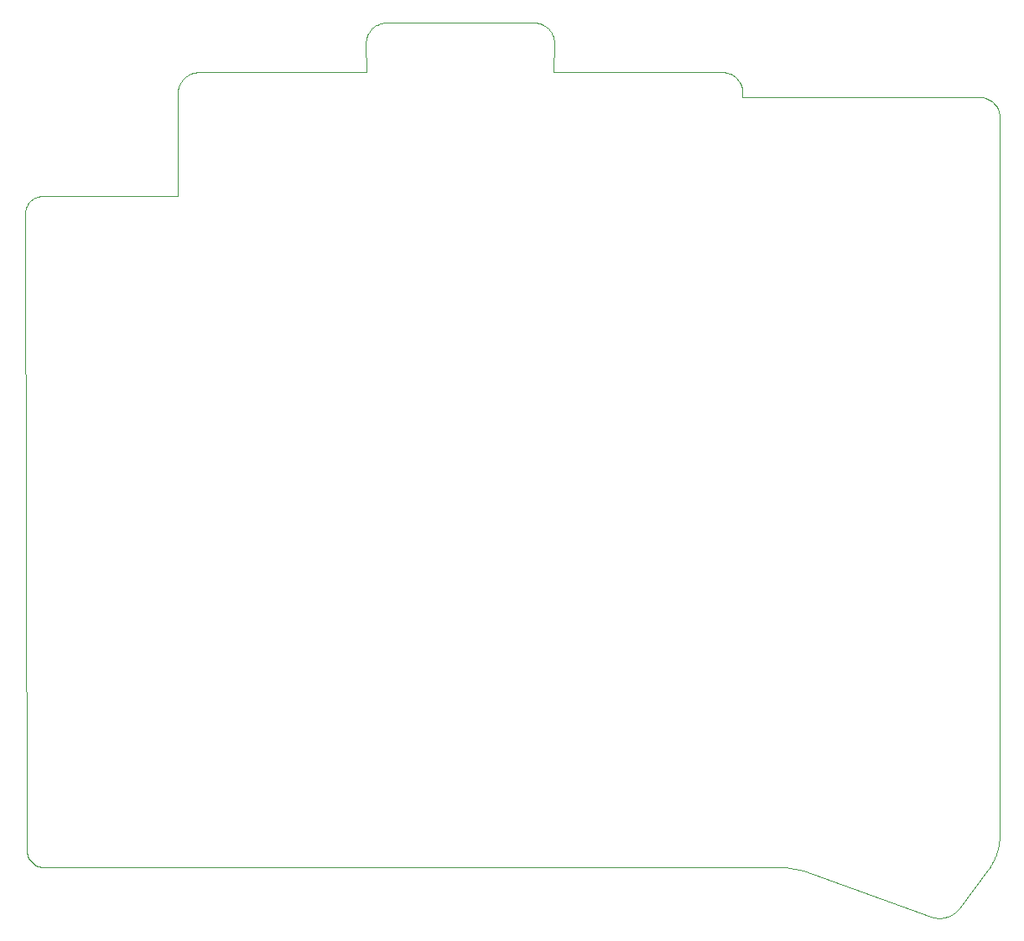
<source format=gbr>
%TF.GenerationSoftware,KiCad,Pcbnew,(5.1.10)-1*%
%TF.CreationDate,2021-12-02T16:11:21-08:00*%
%TF.ProjectId,bgkeeb,62676b65-6562-42e6-9b69-6361645f7063,rev?*%
%TF.SameCoordinates,Original*%
%TF.FileFunction,Profile,NP*%
%FSLAX46Y46*%
G04 Gerber Fmt 4.6, Leading zero omitted, Abs format (unit mm)*
G04 Created by KiCad (PCBNEW (5.1.10)-1) date 2021-12-02 16:11:21*
%MOMM*%
%LPD*%
G01*
G04 APERTURE LIST*
%TA.AperFunction,Profile*%
%ADD10C,0.100000*%
%TD*%
G04 APERTURE END LIST*
D10*
X133697002Y-116711436D02*
X131933393Y-116401816D01*
X153475672Y-40572992D02*
X153480920Y-113059601D01*
X146536382Y-121347985D02*
X133697002Y-116711436D01*
X152309954Y-116603105D02*
X149438604Y-120472650D01*
X127490624Y-38071204D02*
X127481622Y-38537856D01*
X149438604Y-120472650D02*
X149374487Y-120555461D01*
X149374487Y-120555461D02*
X149307490Y-120635046D01*
X149307490Y-120635046D02*
X149237730Y-120711370D01*
X149237730Y-120711370D02*
X149165324Y-120784397D01*
X149165324Y-120784397D02*
X149090387Y-120854092D01*
X149090387Y-120854092D02*
X149013036Y-120920420D01*
X149013036Y-120920420D02*
X148933388Y-120983345D01*
X148933388Y-120983345D02*
X148851559Y-121042834D01*
X148851559Y-121042834D02*
X148767666Y-121098850D01*
X148767666Y-121098850D02*
X148681825Y-121151358D01*
X148681825Y-121151358D02*
X148594154Y-121200323D01*
X148594154Y-121200323D02*
X148504767Y-121245711D01*
X148504767Y-121245711D02*
X148413782Y-121287485D01*
X148413782Y-121287485D02*
X148321316Y-121325612D01*
X148321316Y-121325612D02*
X148132404Y-121390779D01*
X148132404Y-121390779D02*
X147938963Y-121440932D01*
X147938963Y-121440932D02*
X147840836Y-121460291D01*
X147840836Y-121460291D02*
X147741927Y-121475790D01*
X147741927Y-121475790D02*
X147642351Y-121487395D01*
X147642351Y-121487395D02*
X147542226Y-121495071D01*
X147542226Y-121495071D02*
X147441667Y-121498782D01*
X147441667Y-121498782D02*
X147340793Y-121498494D01*
X147340793Y-121498494D02*
X147239718Y-121494171D01*
X147239718Y-121494171D02*
X147138560Y-121485778D01*
X147138560Y-121485778D02*
X147037434Y-121473280D01*
X147037434Y-121473280D02*
X146936459Y-121456642D01*
X146936459Y-121456642D02*
X146835749Y-121435828D01*
X146835749Y-121435828D02*
X146735422Y-121410804D01*
X146735422Y-121410804D02*
X146635594Y-121381535D01*
X146635594Y-121381535D02*
X146536382Y-121347985D01*
X108479887Y-36035956D02*
X125494255Y-36035956D01*
X153480920Y-113059601D02*
X153479727Y-113179142D01*
X153479727Y-113179142D02*
X153476139Y-113298452D01*
X153476139Y-113298452D02*
X153470168Y-113417496D01*
X153470168Y-113417496D02*
X153461824Y-113536241D01*
X153461824Y-113536241D02*
X153451118Y-113654653D01*
X153451118Y-113654653D02*
X153438061Y-113772699D01*
X153438061Y-113772699D02*
X153422665Y-113890345D01*
X153422665Y-113890345D02*
X153404941Y-114007557D01*
X153404941Y-114007557D02*
X153384899Y-114124302D01*
X153384899Y-114124302D02*
X153362552Y-114240546D01*
X153362552Y-114240546D02*
X153337909Y-114356255D01*
X153337909Y-114356255D02*
X153310983Y-114471396D01*
X153310983Y-114471396D02*
X153281784Y-114585935D01*
X153281784Y-114585935D02*
X153250323Y-114699839D01*
X153250323Y-114699839D02*
X153216611Y-114813074D01*
X153216611Y-114813074D02*
X153180660Y-114925606D01*
X153180660Y-114925606D02*
X153142481Y-115037401D01*
X153142481Y-115037401D02*
X153102085Y-115148427D01*
X153102085Y-115148427D02*
X153059482Y-115258649D01*
X153059482Y-115258649D02*
X153014685Y-115368034D01*
X153014685Y-115368034D02*
X152967704Y-115476548D01*
X152967704Y-115476548D02*
X152918550Y-115584157D01*
X152918550Y-115584157D02*
X152867234Y-115690828D01*
X152867234Y-115690828D02*
X152813768Y-115796528D01*
X152813768Y-115796528D02*
X152758162Y-115901222D01*
X152758162Y-115901222D02*
X152700428Y-116004877D01*
X152700428Y-116004877D02*
X152640577Y-116107459D01*
X152640577Y-116107459D02*
X152578620Y-116208935D01*
X152578620Y-116208935D02*
X152514568Y-116309272D01*
X152514568Y-116309272D02*
X152448432Y-116408434D01*
X152448432Y-116408434D02*
X152380224Y-116506390D01*
X152380224Y-116506390D02*
X152309954Y-116603105D01*
X127481622Y-38537856D02*
X151440388Y-38537856D01*
X151440388Y-38537856D02*
X151545118Y-38540504D01*
X151545118Y-38540504D02*
X151648473Y-38548362D01*
X151648473Y-38548362D02*
X151750326Y-38561304D01*
X151750326Y-38561304D02*
X151850548Y-38579201D01*
X151850548Y-38579201D02*
X151949013Y-38601926D01*
X151949013Y-38601926D02*
X152045590Y-38629349D01*
X152045590Y-38629349D02*
X152232576Y-38697783D01*
X152232576Y-38697783D02*
X152410483Y-38783481D01*
X152410483Y-38783481D02*
X152578288Y-38885419D01*
X152578288Y-38885419D02*
X152734967Y-39002574D01*
X152734967Y-39002574D02*
X152879499Y-39133924D01*
X152879499Y-39133924D02*
X153010859Y-39278446D01*
X153010859Y-39278446D02*
X153128026Y-39435117D01*
X153128026Y-39435117D02*
X153229976Y-39602914D01*
X153229976Y-39602914D02*
X153315687Y-39780815D01*
X153315687Y-39780815D02*
X153384134Y-39967796D01*
X153384134Y-39967796D02*
X153411565Y-40064371D01*
X153411565Y-40064371D02*
X153434296Y-40162834D01*
X153434296Y-40162834D02*
X153452200Y-40263055D01*
X153452200Y-40263055D02*
X153465150Y-40364907D01*
X153465150Y-40364907D02*
X153473016Y-40468262D01*
X153473016Y-40468262D02*
X153475672Y-40572992D01*
X57130533Y-116401816D02*
X56937241Y-116392072D01*
X56937241Y-116392072D02*
X56749513Y-116363473D01*
X56749513Y-116363473D02*
X56568297Y-116316964D01*
X56568297Y-116316964D02*
X56394541Y-116253491D01*
X56394541Y-116253491D02*
X56229193Y-116173999D01*
X56229193Y-116173999D02*
X56073201Y-116079435D01*
X56073201Y-116079435D02*
X55927515Y-115970745D01*
X55927515Y-115970745D02*
X55793083Y-115848874D01*
X55793083Y-115848874D02*
X55670853Y-115714768D01*
X55670853Y-115714768D02*
X55561773Y-115569373D01*
X55561773Y-115569373D02*
X55466792Y-115413635D01*
X55466792Y-115413635D02*
X55386858Y-115248500D01*
X55386858Y-115248500D02*
X55322920Y-115074914D01*
X55322920Y-115074914D02*
X55275926Y-114893823D01*
X55275926Y-114893823D02*
X55246824Y-114706172D01*
X55246824Y-114706172D02*
X55236564Y-114512908D01*
X70489772Y-38181971D02*
X70492002Y-38075690D01*
X70492002Y-38075690D02*
X70499467Y-37970114D01*
X70499467Y-37970114D02*
X70512094Y-37865419D01*
X70512094Y-37865419D02*
X70529811Y-37761783D01*
X70529811Y-37761783D02*
X70552545Y-37659381D01*
X70552545Y-37659381D02*
X70580223Y-37558391D01*
X70580223Y-37558391D02*
X70612774Y-37458990D01*
X70612774Y-37458990D02*
X70650123Y-37361353D01*
X70650123Y-37361353D02*
X70692199Y-37265658D01*
X70692199Y-37265658D02*
X70738929Y-37172082D01*
X70738929Y-37172082D02*
X70790241Y-37080801D01*
X70790241Y-37080801D02*
X70846061Y-36991993D01*
X70846061Y-36991993D02*
X70906317Y-36905832D01*
X70906317Y-36905832D02*
X70970937Y-36822498D01*
X70970937Y-36822498D02*
X71039848Y-36742165D01*
X71039848Y-36742165D02*
X71112978Y-36665012D01*
X71112978Y-36665012D02*
X71189848Y-36591585D01*
X71189848Y-36591585D02*
X71269914Y-36522364D01*
X71269914Y-36522364D02*
X71352999Y-36457423D01*
X71352999Y-36457423D02*
X71438926Y-36396835D01*
X71438926Y-36396835D02*
X71527518Y-36340672D01*
X71527518Y-36340672D02*
X71618601Y-36289009D01*
X71618601Y-36289009D02*
X71711996Y-36241918D01*
X71711996Y-36241918D02*
X71807527Y-36199473D01*
X71807527Y-36199473D02*
X71905019Y-36161747D01*
X71905019Y-36161747D02*
X72004294Y-36128813D01*
X72004294Y-36128813D02*
X72105176Y-36100745D01*
X72105176Y-36100745D02*
X72207489Y-36077616D01*
X72207489Y-36077616D02*
X72311057Y-36059499D01*
X72311057Y-36059499D02*
X72415702Y-36046468D01*
X72415702Y-36046468D02*
X72521248Y-36038596D01*
X72521248Y-36038596D02*
X72627520Y-36035956D01*
X89531489Y-36035956D02*
X89501525Y-33087585D01*
X89501525Y-33087585D02*
X89503022Y-32986252D01*
X89503022Y-32986252D02*
X89509535Y-32885564D01*
X89509535Y-32885564D02*
X89520993Y-32785693D01*
X89520993Y-32785693D02*
X89537328Y-32686808D01*
X89537328Y-32686808D02*
X89570824Y-32540702D01*
X89570824Y-32540702D02*
X89614904Y-32397772D01*
X89614904Y-32397772D02*
X89669337Y-32258591D01*
X89669337Y-32258591D02*
X89733889Y-32123735D01*
X89733889Y-32123735D02*
X89808328Y-31993778D01*
X89808328Y-31993778D02*
X89863332Y-31910145D01*
X89863332Y-31910145D02*
X89922557Y-31829114D01*
X89922557Y-31829114D02*
X89985934Y-31750856D01*
X89985934Y-31750856D02*
X90053396Y-31675540D01*
X90053396Y-31675540D02*
X90088637Y-31639040D01*
X106479523Y-31037238D02*
X106580870Y-31039766D01*
X106580870Y-31039766D02*
X106681521Y-31047304D01*
X106681521Y-31047304D02*
X106781305Y-31059781D01*
X106781305Y-31059781D02*
X106880053Y-31077126D01*
X106880053Y-31077126D02*
X106977596Y-31099269D01*
X106977596Y-31099269D02*
X107121279Y-31141323D01*
X107121279Y-31141323D02*
X107261296Y-31193774D01*
X107261296Y-31193774D02*
X107397075Y-31256383D01*
X107397075Y-31256383D02*
X107528044Y-31328912D01*
X107528044Y-31328912D02*
X107612403Y-31382657D01*
X107612403Y-31382657D02*
X107694200Y-31440634D01*
X107694200Y-31440634D02*
X107773265Y-31502772D01*
X107773265Y-31502772D02*
X107849431Y-31569000D01*
X107849431Y-31569000D02*
X107922527Y-31639249D01*
X90088637Y-31639040D02*
X90161707Y-31568816D01*
X90161707Y-31568816D02*
X90237846Y-31502610D01*
X90237846Y-31502610D02*
X90316884Y-31440494D01*
X90316884Y-31440494D02*
X90398652Y-31382537D01*
X90398652Y-31382537D02*
X90526053Y-31303556D01*
X90526053Y-31303556D02*
X90658643Y-31234331D01*
X90658643Y-31234331D02*
X90795851Y-31175102D01*
X90795851Y-31175102D02*
X90937105Y-31126107D01*
X90937105Y-31126107D02*
X91081832Y-31087585D01*
X91081832Y-31087585D02*
X91179965Y-31067839D01*
X91179965Y-31067839D02*
X91279218Y-31052924D01*
X91279218Y-31052924D02*
X91379421Y-31042911D01*
X91379421Y-31042911D02*
X91480407Y-31037871D01*
X91480407Y-31037871D02*
X91531140Y-31037238D01*
X72627520Y-36035956D02*
X89531489Y-36035956D01*
X91531140Y-31037238D02*
X106479523Y-31037238D01*
X108509844Y-33088296D02*
X108479887Y-36035956D01*
X126919713Y-36634469D02*
X126988119Y-36707800D01*
X126988119Y-36707800D02*
X127083121Y-36823355D01*
X127083121Y-36823355D02*
X127168789Y-36945065D01*
X127168789Y-36945065D02*
X127244893Y-37072355D01*
X127244893Y-37072355D02*
X127311206Y-37204649D01*
X127311206Y-37204649D02*
X127367497Y-37341369D01*
X127367497Y-37341369D02*
X127413539Y-37481940D01*
X127413539Y-37481940D02*
X127449101Y-37625786D01*
X127449101Y-37625786D02*
X127473955Y-37772329D01*
X127473955Y-37772329D02*
X127487872Y-37920994D01*
X127487872Y-37920994D02*
X127490961Y-38020997D01*
X127490961Y-38020997D02*
X127490624Y-38071204D01*
X125494255Y-36035956D02*
X125594508Y-36038471D01*
X125594508Y-36038471D02*
X125743527Y-36051568D01*
X125743527Y-36051568D02*
X125890404Y-36075639D01*
X125890404Y-36075639D02*
X126034569Y-36110444D01*
X126034569Y-36110444D02*
X126175448Y-36155743D01*
X126175448Y-36155743D02*
X126312470Y-36211296D01*
X126312470Y-36211296D02*
X126445063Y-36276863D01*
X126445063Y-36276863D02*
X126572656Y-36352204D01*
X126572656Y-36352204D02*
X126694676Y-36437079D01*
X126694676Y-36437079D02*
X126810552Y-36531247D01*
X126810552Y-36531247D02*
X126884107Y-36599070D01*
X126884107Y-36599070D02*
X126919713Y-36634469D01*
X70529749Y-48537838D02*
X70489772Y-38181971D01*
X107922527Y-31639249D02*
X107992028Y-31713054D01*
X107992028Y-31713054D02*
X108057479Y-31789889D01*
X108057479Y-31789889D02*
X108118810Y-31869582D01*
X108118810Y-31869582D02*
X108175953Y-31951964D01*
X108175953Y-31951964D02*
X108228838Y-32036864D01*
X108228838Y-32036864D02*
X108300032Y-32168563D01*
X108300032Y-32168563D02*
X108361258Y-32304972D01*
X108361258Y-32304972D02*
X108412284Y-32445515D01*
X108412284Y-32445515D02*
X108452876Y-32589618D01*
X108452876Y-32589618D02*
X108474027Y-32687380D01*
X108474027Y-32687380D02*
X108490368Y-32786300D01*
X108490368Y-32786300D02*
X108501830Y-32886205D01*
X108501830Y-32886205D02*
X108508345Y-32986927D01*
X108508345Y-32986927D02*
X108509844Y-33088296D01*
X131933393Y-116401816D02*
X57130533Y-116401816D01*
X56956848Y-48522176D02*
X70529749Y-48537838D01*
X55623108Y-49074324D02*
X55725776Y-48978883D01*
X55725776Y-48978883D02*
X55834587Y-48891851D01*
X55834587Y-48891851D02*
X55949017Y-48813446D01*
X55949017Y-48813446D02*
X56068541Y-48743885D01*
X56068541Y-48743885D02*
X56192636Y-48683385D01*
X56192636Y-48683385D02*
X56320776Y-48632162D01*
X56320776Y-48632162D02*
X56452437Y-48590434D01*
X56452437Y-48590434D02*
X56587096Y-48558419D01*
X56587096Y-48558419D02*
X56724226Y-48536332D01*
X56724226Y-48536332D02*
X56863305Y-48524392D01*
X56863305Y-48524392D02*
X56956848Y-48522176D01*
X55236564Y-114512908D02*
X55072993Y-50408904D01*
X55072993Y-50408904D02*
X55077835Y-50268810D01*
X55077835Y-50268810D02*
X55092970Y-50130299D01*
X55092970Y-50130299D02*
X55118183Y-49993895D01*
X55118183Y-49993895D02*
X55153256Y-49860124D01*
X55153256Y-49860124D02*
X55197974Y-49729510D01*
X55197974Y-49729510D02*
X55252120Y-49602577D01*
X55252120Y-49602577D02*
X55315478Y-49479851D01*
X55315478Y-49479851D02*
X55387831Y-49361856D01*
X55387831Y-49361856D02*
X55468964Y-49249117D01*
X55468964Y-49249117D02*
X55558660Y-49142159D01*
X55558660Y-49142159D02*
X55623108Y-49074324D01*
M02*

</source>
